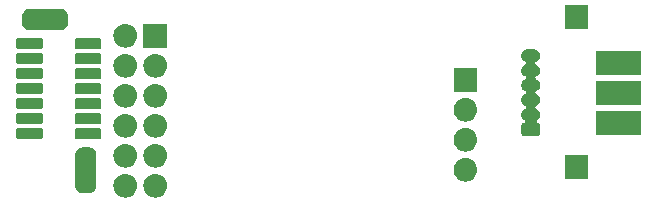
<source format=gbs>
G04 #@! TF.GenerationSoftware,KiCad,Pcbnew,(5.1.4)-1*
G04 #@! TF.CreationDate,2020-02-28T17:04:00+00:00*
G04 #@! TF.ProjectId,analog,616e616c-6f67-42e6-9b69-6361645f7063,rev?*
G04 #@! TF.SameCoordinates,Original*
G04 #@! TF.FileFunction,Soldermask,Bot*
G04 #@! TF.FilePolarity,Negative*
%FSLAX46Y46*%
G04 Gerber Fmt 4.6, Leading zero omitted, Abs format (unit mm)*
G04 Created by KiCad (PCBNEW (5.1.4)-1) date 2020-02-28 17:04:00*
%MOMM*%
%LPD*%
G04 APERTURE LIST*
%ADD10C,0.100000*%
G04 APERTURE END LIST*
D10*
G36*
X40549836Y-46090830D02*
G01*
X40738332Y-46148009D01*
X40912058Y-46240868D01*
X41064328Y-46365832D01*
X41189292Y-46518102D01*
X41282151Y-46691828D01*
X41339330Y-46880324D01*
X41358638Y-47076360D01*
X41339330Y-47272396D01*
X41282151Y-47460892D01*
X41189292Y-47634618D01*
X41064328Y-47786888D01*
X40912058Y-47911852D01*
X40738332Y-48004711D01*
X40549836Y-48061890D01*
X40402920Y-48076360D01*
X40304680Y-48076360D01*
X40157764Y-48061890D01*
X39969268Y-48004711D01*
X39795542Y-47911852D01*
X39643272Y-47786888D01*
X39518308Y-47634618D01*
X39425449Y-47460892D01*
X39368270Y-47272396D01*
X39348962Y-47076360D01*
X39368270Y-46880324D01*
X39425449Y-46691828D01*
X39518308Y-46518102D01*
X39643272Y-46365832D01*
X39795542Y-46240868D01*
X39969268Y-46148009D01*
X40157764Y-46090830D01*
X40304680Y-46076360D01*
X40402920Y-46076360D01*
X40549836Y-46090830D01*
X40549836Y-46090830D01*
G37*
G36*
X38009836Y-46090830D02*
G01*
X38198332Y-46148009D01*
X38372058Y-46240868D01*
X38524328Y-46365832D01*
X38649292Y-46518102D01*
X38742151Y-46691828D01*
X38799330Y-46880324D01*
X38818638Y-47076360D01*
X38799330Y-47272396D01*
X38742151Y-47460892D01*
X38649292Y-47634618D01*
X38524328Y-47786888D01*
X38372058Y-47911852D01*
X38198332Y-48004711D01*
X38009836Y-48061890D01*
X37862920Y-48076360D01*
X37764680Y-48076360D01*
X37617764Y-48061890D01*
X37429268Y-48004711D01*
X37255542Y-47911852D01*
X37103272Y-47786888D01*
X36978308Y-47634618D01*
X36885449Y-47460892D01*
X36828270Y-47272396D01*
X36808962Y-47076360D01*
X36828270Y-46880324D01*
X36885449Y-46691828D01*
X36978308Y-46518102D01*
X37103272Y-46365832D01*
X37255542Y-46240868D01*
X37429268Y-46148009D01*
X37617764Y-46090830D01*
X37764680Y-46076360D01*
X37862920Y-46076360D01*
X38009836Y-46090830D01*
X38009836Y-46090830D01*
G37*
G36*
X34737947Y-43816147D02*
G01*
X34750689Y-43816773D01*
X34768863Y-43816773D01*
X34811042Y-43820927D01*
X34894639Y-43837556D01*
X34900779Y-43839418D01*
X34900787Y-43839420D01*
X34929062Y-43847997D01*
X34929065Y-43847998D01*
X34935203Y-43849860D01*
X35013956Y-43882480D01*
X35019614Y-43885504D01*
X35019618Y-43885506D01*
X35045677Y-43899435D01*
X35045684Y-43899440D01*
X35051340Y-43902463D01*
X35122217Y-43949821D01*
X35154977Y-43976707D01*
X35215253Y-44036983D01*
X35242139Y-44069743D01*
X35289497Y-44140620D01*
X35292520Y-44146276D01*
X35292525Y-44146283D01*
X35306454Y-44172342D01*
X35306456Y-44172346D01*
X35309480Y-44178004D01*
X35342100Y-44256757D01*
X35343962Y-44262895D01*
X35343963Y-44262898D01*
X35352540Y-44291173D01*
X35352542Y-44291181D01*
X35354404Y-44297321D01*
X35371033Y-44380918D01*
X35375187Y-44423097D01*
X35375187Y-44441271D01*
X35375813Y-44454013D01*
X35377595Y-44472106D01*
X35377595Y-45009334D01*
X35376866Y-45016736D01*
X35376240Y-45029478D01*
X35376240Y-46501962D01*
X35376866Y-46514704D01*
X35377595Y-46522106D01*
X35377595Y-47059334D01*
X35375813Y-47077427D01*
X35375187Y-47090169D01*
X35375187Y-47108343D01*
X35371033Y-47150522D01*
X35354404Y-47234119D01*
X35352542Y-47240259D01*
X35352540Y-47240267D01*
X35343963Y-47268542D01*
X35342100Y-47274683D01*
X35309480Y-47353436D01*
X35306456Y-47359094D01*
X35306454Y-47359098D01*
X35292525Y-47385157D01*
X35292520Y-47385164D01*
X35289497Y-47390820D01*
X35242139Y-47461697D01*
X35215253Y-47494457D01*
X35154977Y-47554733D01*
X35122217Y-47581619D01*
X35051340Y-47628977D01*
X35045684Y-47632000D01*
X35045677Y-47632005D01*
X35019618Y-47645934D01*
X35019614Y-47645936D01*
X35013956Y-47648960D01*
X34935203Y-47681580D01*
X34929065Y-47683442D01*
X34929062Y-47683443D01*
X34900787Y-47692020D01*
X34900779Y-47692022D01*
X34894639Y-47693884D01*
X34811042Y-47710513D01*
X34768863Y-47714667D01*
X34750689Y-47714667D01*
X34737947Y-47715293D01*
X34726240Y-47716446D01*
X34719854Y-47717075D01*
X34232626Y-47717075D01*
X34214533Y-47715293D01*
X34201791Y-47714667D01*
X34183617Y-47714667D01*
X34141438Y-47710513D01*
X34057841Y-47693884D01*
X34051701Y-47692022D01*
X34051693Y-47692020D01*
X34023418Y-47683443D01*
X34023415Y-47683442D01*
X34017277Y-47681580D01*
X33938524Y-47648960D01*
X33932866Y-47645936D01*
X33932862Y-47645934D01*
X33906803Y-47632005D01*
X33906796Y-47632000D01*
X33901140Y-47628977D01*
X33830263Y-47581619D01*
X33797503Y-47554733D01*
X33737227Y-47494457D01*
X33710341Y-47461697D01*
X33662983Y-47390820D01*
X33659960Y-47385164D01*
X33659955Y-47385157D01*
X33646026Y-47359098D01*
X33646024Y-47359094D01*
X33643000Y-47353436D01*
X33610380Y-47274683D01*
X33608517Y-47268542D01*
X33599940Y-47240267D01*
X33599938Y-47240259D01*
X33598076Y-47234119D01*
X33581447Y-47150522D01*
X33577293Y-47108343D01*
X33577293Y-47090169D01*
X33576667Y-47077427D01*
X33574885Y-47059334D01*
X33574885Y-46522106D01*
X33575614Y-46514704D01*
X33576240Y-46501962D01*
X33576240Y-45029478D01*
X33575614Y-45016736D01*
X33574885Y-45009334D01*
X33574885Y-44472106D01*
X33576667Y-44454013D01*
X33577293Y-44441271D01*
X33577293Y-44423097D01*
X33581447Y-44380918D01*
X33598076Y-44297321D01*
X33599938Y-44291181D01*
X33599940Y-44291173D01*
X33608517Y-44262898D01*
X33608518Y-44262895D01*
X33610380Y-44256757D01*
X33643000Y-44178004D01*
X33646024Y-44172346D01*
X33646026Y-44172342D01*
X33659955Y-44146283D01*
X33659960Y-44146276D01*
X33662983Y-44140620D01*
X33710341Y-44069743D01*
X33737227Y-44036983D01*
X33797503Y-43976707D01*
X33830263Y-43949821D01*
X33901140Y-43902463D01*
X33906796Y-43899440D01*
X33906803Y-43899435D01*
X33932862Y-43885506D01*
X33932866Y-43885504D01*
X33938524Y-43882480D01*
X34017277Y-43849860D01*
X34023415Y-43847998D01*
X34023418Y-43847997D01*
X34051693Y-43839420D01*
X34051701Y-43839418D01*
X34057841Y-43837556D01*
X34141438Y-43820927D01*
X34183617Y-43816773D01*
X34201791Y-43816773D01*
X34214533Y-43816147D01*
X34232626Y-43814365D01*
X34719854Y-43814365D01*
X34737947Y-43816147D01*
X34737947Y-43816147D01*
G37*
G36*
X66813436Y-44744630D02*
G01*
X67001932Y-44801809D01*
X67175658Y-44894668D01*
X67327928Y-45019632D01*
X67452892Y-45171902D01*
X67545751Y-45345628D01*
X67602930Y-45534124D01*
X67622238Y-45730160D01*
X67602930Y-45926196D01*
X67545751Y-46114692D01*
X67452892Y-46288418D01*
X67327928Y-46440688D01*
X67175658Y-46565652D01*
X67001932Y-46658511D01*
X66813436Y-46715690D01*
X66666520Y-46730160D01*
X66568280Y-46730160D01*
X66421364Y-46715690D01*
X66232868Y-46658511D01*
X66059142Y-46565652D01*
X65906872Y-46440688D01*
X65781908Y-46288418D01*
X65689049Y-46114692D01*
X65631870Y-45926196D01*
X65612562Y-45730160D01*
X65631870Y-45534124D01*
X65689049Y-45345628D01*
X65781908Y-45171902D01*
X65906872Y-45019632D01*
X66059142Y-44894668D01*
X66232868Y-44801809D01*
X66421364Y-44744630D01*
X66568280Y-44730160D01*
X66666520Y-44730160D01*
X66813436Y-44744630D01*
X66813436Y-44744630D01*
G37*
G36*
X77040800Y-46500960D02*
G01*
X75040800Y-46500960D01*
X75040800Y-44500960D01*
X77040800Y-44500960D01*
X77040800Y-46500960D01*
X77040800Y-46500960D01*
G37*
G36*
X38009836Y-43550830D02*
G01*
X38198332Y-43608009D01*
X38372058Y-43700868D01*
X38524328Y-43825832D01*
X38649292Y-43978102D01*
X38742151Y-44151828D01*
X38799330Y-44340324D01*
X38818638Y-44536360D01*
X38799330Y-44732396D01*
X38742151Y-44920892D01*
X38649292Y-45094618D01*
X38524328Y-45246888D01*
X38372058Y-45371852D01*
X38198332Y-45464711D01*
X38009836Y-45521890D01*
X37862920Y-45536360D01*
X37764680Y-45536360D01*
X37617764Y-45521890D01*
X37429268Y-45464711D01*
X37255542Y-45371852D01*
X37103272Y-45246888D01*
X36978308Y-45094618D01*
X36885449Y-44920892D01*
X36828270Y-44732396D01*
X36808962Y-44536360D01*
X36828270Y-44340324D01*
X36885449Y-44151828D01*
X36978308Y-43978102D01*
X37103272Y-43825832D01*
X37255542Y-43700868D01*
X37429268Y-43608009D01*
X37617764Y-43550830D01*
X37764680Y-43536360D01*
X37862920Y-43536360D01*
X38009836Y-43550830D01*
X38009836Y-43550830D01*
G37*
G36*
X40549836Y-43550830D02*
G01*
X40738332Y-43608009D01*
X40912058Y-43700868D01*
X41064328Y-43825832D01*
X41189292Y-43978102D01*
X41282151Y-44151828D01*
X41339330Y-44340324D01*
X41358638Y-44536360D01*
X41339330Y-44732396D01*
X41282151Y-44920892D01*
X41189292Y-45094618D01*
X41064328Y-45246888D01*
X40912058Y-45371852D01*
X40738332Y-45464711D01*
X40549836Y-45521890D01*
X40402920Y-45536360D01*
X40304680Y-45536360D01*
X40157764Y-45521890D01*
X39969268Y-45464711D01*
X39795542Y-45371852D01*
X39643272Y-45246888D01*
X39518308Y-45094618D01*
X39425449Y-44920892D01*
X39368270Y-44732396D01*
X39348962Y-44536360D01*
X39368270Y-44340324D01*
X39425449Y-44151828D01*
X39518308Y-43978102D01*
X39643272Y-43825832D01*
X39795542Y-43700868D01*
X39969268Y-43608009D01*
X40157764Y-43550830D01*
X40304680Y-43536360D01*
X40402920Y-43536360D01*
X40549836Y-43550830D01*
X40549836Y-43550830D01*
G37*
G36*
X66813436Y-42204630D02*
G01*
X67001932Y-42261809D01*
X67175658Y-42354668D01*
X67327928Y-42479632D01*
X67452892Y-42631902D01*
X67545751Y-42805628D01*
X67602930Y-42994124D01*
X67622238Y-43190160D01*
X67602930Y-43386196D01*
X67545751Y-43574692D01*
X67452892Y-43748418D01*
X67327928Y-43900688D01*
X67175658Y-44025652D01*
X67001932Y-44118511D01*
X66813436Y-44175690D01*
X66666520Y-44190160D01*
X66568280Y-44190160D01*
X66421364Y-44175690D01*
X66232868Y-44118511D01*
X66059142Y-44025652D01*
X65906872Y-43900688D01*
X65781908Y-43748418D01*
X65689049Y-43574692D01*
X65631870Y-43386196D01*
X65612562Y-43190160D01*
X65631870Y-42994124D01*
X65689049Y-42805628D01*
X65781908Y-42631902D01*
X65906872Y-42479632D01*
X66059142Y-42354668D01*
X66232868Y-42261809D01*
X66421364Y-42204630D01*
X66568280Y-42190160D01*
X66666520Y-42190160D01*
X66813436Y-42204630D01*
X66813436Y-42204630D01*
G37*
G36*
X35662372Y-42207911D02*
G01*
X35692267Y-42216980D01*
X35719822Y-42231708D01*
X35743972Y-42251528D01*
X35763792Y-42275678D01*
X35778520Y-42303233D01*
X35787589Y-42333128D01*
X35791280Y-42370606D01*
X35791280Y-42937834D01*
X35787589Y-42975312D01*
X35778520Y-43005207D01*
X35763792Y-43032762D01*
X35743972Y-43056912D01*
X35719822Y-43076732D01*
X35692267Y-43091460D01*
X35662372Y-43100529D01*
X35624894Y-43104220D01*
X33707666Y-43104220D01*
X33670188Y-43100529D01*
X33640293Y-43091460D01*
X33612738Y-43076732D01*
X33588588Y-43056912D01*
X33568768Y-43032762D01*
X33554040Y-43005207D01*
X33544971Y-42975312D01*
X33541280Y-42937834D01*
X33541280Y-42370606D01*
X33544971Y-42333128D01*
X33554040Y-42303233D01*
X33568768Y-42275678D01*
X33588588Y-42251528D01*
X33612738Y-42231708D01*
X33640293Y-42216980D01*
X33670188Y-42207911D01*
X33707666Y-42204220D01*
X35624894Y-42204220D01*
X35662372Y-42207911D01*
X35662372Y-42207911D01*
G37*
G36*
X30712372Y-42207911D02*
G01*
X30742267Y-42216980D01*
X30769822Y-42231708D01*
X30793972Y-42251528D01*
X30813792Y-42275678D01*
X30828520Y-42303233D01*
X30837589Y-42333128D01*
X30841280Y-42370606D01*
X30841280Y-42937834D01*
X30837589Y-42975312D01*
X30828520Y-43005207D01*
X30813792Y-43032762D01*
X30793972Y-43056912D01*
X30769822Y-43076732D01*
X30742267Y-43091460D01*
X30712372Y-43100529D01*
X30674894Y-43104220D01*
X28757666Y-43104220D01*
X28720188Y-43100529D01*
X28690293Y-43091460D01*
X28662738Y-43076732D01*
X28638588Y-43056912D01*
X28618768Y-43032762D01*
X28604040Y-43005207D01*
X28594971Y-42975312D01*
X28591280Y-42937834D01*
X28591280Y-42370606D01*
X28594971Y-42333128D01*
X28604040Y-42303233D01*
X28618768Y-42275678D01*
X28638588Y-42251528D01*
X28662738Y-42231708D01*
X28690293Y-42216980D01*
X28720188Y-42207911D01*
X28757666Y-42204220D01*
X30674894Y-42204220D01*
X30712372Y-42207911D01*
X30712372Y-42207911D01*
G37*
G36*
X38009836Y-41010830D02*
G01*
X38198332Y-41068009D01*
X38372058Y-41160868D01*
X38524328Y-41285832D01*
X38649292Y-41438102D01*
X38742151Y-41611828D01*
X38799330Y-41800324D01*
X38818638Y-41996360D01*
X38799330Y-42192396D01*
X38742151Y-42380892D01*
X38649292Y-42554618D01*
X38524328Y-42706888D01*
X38372058Y-42831852D01*
X38198332Y-42924711D01*
X38009836Y-42981890D01*
X37862920Y-42996360D01*
X37764680Y-42996360D01*
X37617764Y-42981890D01*
X37429268Y-42924711D01*
X37255542Y-42831852D01*
X37103272Y-42706888D01*
X36978308Y-42554618D01*
X36885449Y-42380892D01*
X36828270Y-42192396D01*
X36808962Y-41996360D01*
X36828270Y-41800324D01*
X36885449Y-41611828D01*
X36978308Y-41438102D01*
X37103272Y-41285832D01*
X37255542Y-41160868D01*
X37429268Y-41068009D01*
X37617764Y-41010830D01*
X37764680Y-40996360D01*
X37862920Y-40996360D01*
X38009836Y-41010830D01*
X38009836Y-41010830D01*
G37*
G36*
X40549836Y-41010830D02*
G01*
X40738332Y-41068009D01*
X40912058Y-41160868D01*
X41064328Y-41285832D01*
X41189292Y-41438102D01*
X41282151Y-41611828D01*
X41339330Y-41800324D01*
X41358638Y-41996360D01*
X41339330Y-42192396D01*
X41282151Y-42380892D01*
X41189292Y-42554618D01*
X41064328Y-42706888D01*
X40912058Y-42831852D01*
X40738332Y-42924711D01*
X40549836Y-42981890D01*
X40402920Y-42996360D01*
X40304680Y-42996360D01*
X40157764Y-42981890D01*
X39969268Y-42924711D01*
X39795542Y-42831852D01*
X39643272Y-42706888D01*
X39518308Y-42554618D01*
X39425449Y-42380892D01*
X39368270Y-42192396D01*
X39348962Y-41996360D01*
X39368270Y-41800324D01*
X39425449Y-41611828D01*
X39518308Y-41438102D01*
X39643272Y-41285832D01*
X39795542Y-41160868D01*
X39969268Y-41068009D01*
X40157764Y-41010830D01*
X40304680Y-40996360D01*
X40402920Y-40996360D01*
X40549836Y-41010830D01*
X40549836Y-41010830D01*
G37*
G36*
X72512420Y-35508918D02*
G01*
X72616093Y-35540367D01*
X72663868Y-35565904D01*
X72711642Y-35591439D01*
X72711644Y-35591440D01*
X72711643Y-35591440D01*
X72795390Y-35660170D01*
X72864120Y-35743917D01*
X72915193Y-35839467D01*
X72946642Y-35943140D01*
X72957261Y-36050960D01*
X72946642Y-36158780D01*
X72915193Y-36262453D01*
X72915192Y-36262454D01*
X72864121Y-36358002D01*
X72795390Y-36441750D01*
X72711642Y-36510481D01*
X72671704Y-36531828D01*
X72616545Y-36561311D01*
X72595356Y-36575469D01*
X72577335Y-36593489D01*
X72563177Y-36614679D01*
X72553425Y-36638223D01*
X72548453Y-36663218D01*
X72548453Y-36688702D01*
X72553425Y-36713697D01*
X72563177Y-36737241D01*
X72577335Y-36758430D01*
X72595355Y-36776451D01*
X72616545Y-36790609D01*
X72711642Y-36841439D01*
X72711644Y-36841440D01*
X72711643Y-36841440D01*
X72795390Y-36910170D01*
X72864120Y-36993917D01*
X72915193Y-37089467D01*
X72946642Y-37193140D01*
X72957261Y-37300960D01*
X72946642Y-37408780D01*
X72915193Y-37512453D01*
X72915192Y-37512454D01*
X72864121Y-37608002D01*
X72795390Y-37691750D01*
X72711642Y-37760481D01*
X72639166Y-37799220D01*
X72616545Y-37811311D01*
X72595356Y-37825469D01*
X72577335Y-37843489D01*
X72563177Y-37864679D01*
X72553425Y-37888223D01*
X72548453Y-37913218D01*
X72548453Y-37938702D01*
X72553425Y-37963697D01*
X72563177Y-37987241D01*
X72577335Y-38008430D01*
X72595355Y-38026451D01*
X72616545Y-38040609D01*
X72711642Y-38091439D01*
X72711644Y-38091440D01*
X72711643Y-38091440D01*
X72795390Y-38160170D01*
X72864120Y-38243917D01*
X72915193Y-38339467D01*
X72946642Y-38443140D01*
X72957261Y-38550960D01*
X72946642Y-38658780D01*
X72915193Y-38762453D01*
X72915192Y-38762454D01*
X72864121Y-38858002D01*
X72795390Y-38941750D01*
X72711642Y-39010481D01*
X72627771Y-39055311D01*
X72616545Y-39061311D01*
X72595356Y-39075469D01*
X72577335Y-39093489D01*
X72563177Y-39114679D01*
X72553425Y-39138223D01*
X72548453Y-39163218D01*
X72548453Y-39188702D01*
X72553425Y-39213697D01*
X72563177Y-39237241D01*
X72577335Y-39258430D01*
X72595355Y-39276451D01*
X72616545Y-39290609D01*
X72711642Y-39341439D01*
X72795390Y-39410170D01*
X72833298Y-39456360D01*
X72864120Y-39493917D01*
X72915193Y-39589467D01*
X72946642Y-39693140D01*
X72957261Y-39800960D01*
X72946642Y-39908780D01*
X72915193Y-40012453D01*
X72889656Y-40060228D01*
X72864121Y-40108002D01*
X72795390Y-40191750D01*
X72711642Y-40260481D01*
X72652950Y-40291852D01*
X72616545Y-40311311D01*
X72595356Y-40325469D01*
X72577335Y-40343489D01*
X72563177Y-40364679D01*
X72553425Y-40388223D01*
X72548453Y-40413218D01*
X72548453Y-40438702D01*
X72553425Y-40463697D01*
X72563177Y-40487241D01*
X72577335Y-40508430D01*
X72595355Y-40526451D01*
X72616545Y-40540609D01*
X72711642Y-40591439D01*
X72711644Y-40591440D01*
X72711643Y-40591440D01*
X72795390Y-40660170D01*
X72864120Y-40743917D01*
X72915193Y-40839467D01*
X72946642Y-40943140D01*
X72957261Y-41050960D01*
X72946642Y-41158780D01*
X72915193Y-41262453D01*
X72889656Y-41310228D01*
X72864121Y-41358002D01*
X72795390Y-41441750D01*
X72711642Y-41510481D01*
X72711640Y-41510482D01*
X72709733Y-41512047D01*
X72692632Y-41523474D01*
X72674611Y-41541495D01*
X72660453Y-41562684D01*
X72650701Y-41586228D01*
X72645729Y-41611223D01*
X72645729Y-41636707D01*
X72650701Y-41661702D01*
X72660453Y-41685246D01*
X72674611Y-41706435D01*
X72692632Y-41724456D01*
X72713821Y-41738614D01*
X72737365Y-41748366D01*
X72762359Y-41753338D01*
X72785448Y-41755612D01*
X72824722Y-41767526D01*
X72860921Y-41786875D01*
X72892648Y-41812912D01*
X72918685Y-41844639D01*
X72938034Y-41880838D01*
X72949948Y-41920113D01*
X72954600Y-41967346D01*
X72954600Y-42634574D01*
X72949948Y-42681807D01*
X72938034Y-42721082D01*
X72918685Y-42757281D01*
X72892648Y-42789008D01*
X72860921Y-42815045D01*
X72824722Y-42834394D01*
X72785447Y-42846308D01*
X72738214Y-42850960D01*
X71570986Y-42850960D01*
X71523753Y-42846308D01*
X71484478Y-42834394D01*
X71448279Y-42815045D01*
X71416552Y-42789008D01*
X71390515Y-42757281D01*
X71371166Y-42721082D01*
X71359252Y-42681807D01*
X71354600Y-42634574D01*
X71354600Y-41967346D01*
X71359252Y-41920113D01*
X71371166Y-41880838D01*
X71390515Y-41844639D01*
X71416552Y-41812912D01*
X71448279Y-41786875D01*
X71484478Y-41767526D01*
X71523752Y-41755612D01*
X71546841Y-41753338D01*
X71571835Y-41748366D01*
X71595380Y-41738614D01*
X71616569Y-41724455D01*
X71634589Y-41706435D01*
X71648747Y-41685246D01*
X71658499Y-41661701D01*
X71663471Y-41636707D01*
X71663471Y-41611222D01*
X71658499Y-41586228D01*
X71648747Y-41562683D01*
X71634588Y-41541494D01*
X71616568Y-41523474D01*
X71599467Y-41512047D01*
X71597560Y-41510482D01*
X71597558Y-41510481D01*
X71513810Y-41441750D01*
X71445079Y-41358002D01*
X71419544Y-41310228D01*
X71394007Y-41262453D01*
X71362558Y-41158780D01*
X71351939Y-41050960D01*
X71362558Y-40943140D01*
X71394007Y-40839467D01*
X71445080Y-40743917D01*
X71513810Y-40660170D01*
X71597557Y-40591440D01*
X71597556Y-40591440D01*
X71597558Y-40591439D01*
X71692655Y-40540609D01*
X71713844Y-40526451D01*
X71731865Y-40508431D01*
X71746023Y-40487241D01*
X71755775Y-40463697D01*
X71760747Y-40438702D01*
X71760747Y-40413218D01*
X71755775Y-40388223D01*
X71746023Y-40364679D01*
X71731865Y-40343490D01*
X71713845Y-40325469D01*
X71692655Y-40311311D01*
X71656250Y-40291852D01*
X71597558Y-40260481D01*
X71513810Y-40191750D01*
X71445079Y-40108002D01*
X71419544Y-40060228D01*
X71394007Y-40012453D01*
X71362558Y-39908780D01*
X71351939Y-39800960D01*
X71362558Y-39693140D01*
X71394007Y-39589467D01*
X71445080Y-39493917D01*
X71475903Y-39456360D01*
X71513810Y-39410170D01*
X71597558Y-39341439D01*
X71692655Y-39290609D01*
X71713844Y-39276451D01*
X71731865Y-39258431D01*
X71746023Y-39237241D01*
X71755775Y-39213697D01*
X71760747Y-39188702D01*
X71760747Y-39163218D01*
X71755775Y-39138223D01*
X71746023Y-39114679D01*
X71731865Y-39093490D01*
X71713845Y-39075469D01*
X71692655Y-39061311D01*
X71681429Y-39055311D01*
X71597558Y-39010481D01*
X71513810Y-38941750D01*
X71445079Y-38858002D01*
X71394008Y-38762454D01*
X71394007Y-38762453D01*
X71362558Y-38658780D01*
X71351939Y-38550960D01*
X71362558Y-38443140D01*
X71394007Y-38339467D01*
X71445080Y-38243917D01*
X71513810Y-38160170D01*
X71597557Y-38091440D01*
X71597556Y-38091440D01*
X71597558Y-38091439D01*
X71692655Y-38040609D01*
X71713844Y-38026451D01*
X71731865Y-38008431D01*
X71746023Y-37987241D01*
X71755775Y-37963697D01*
X71760747Y-37938702D01*
X71760747Y-37913218D01*
X71755775Y-37888223D01*
X71746023Y-37864679D01*
X71731865Y-37843490D01*
X71713845Y-37825469D01*
X71692655Y-37811311D01*
X71670034Y-37799220D01*
X71597558Y-37760481D01*
X71513810Y-37691750D01*
X71445079Y-37608002D01*
X71394008Y-37512454D01*
X71394007Y-37512453D01*
X71362558Y-37408780D01*
X71351939Y-37300960D01*
X71362558Y-37193140D01*
X71394007Y-37089467D01*
X71445080Y-36993917D01*
X71513810Y-36910170D01*
X71597557Y-36841440D01*
X71597556Y-36841440D01*
X71597558Y-36841439D01*
X71692655Y-36790609D01*
X71713844Y-36776451D01*
X71731865Y-36758431D01*
X71746023Y-36737241D01*
X71755775Y-36713697D01*
X71760747Y-36688702D01*
X71760747Y-36663218D01*
X71755775Y-36638223D01*
X71746023Y-36614679D01*
X71731865Y-36593490D01*
X71713845Y-36575469D01*
X71692655Y-36561311D01*
X71637496Y-36531828D01*
X71597558Y-36510481D01*
X71513810Y-36441750D01*
X71445079Y-36358002D01*
X71394008Y-36262454D01*
X71394007Y-36262453D01*
X71362558Y-36158780D01*
X71351939Y-36050960D01*
X71362558Y-35943140D01*
X71394007Y-35839467D01*
X71445080Y-35743917D01*
X71513810Y-35660170D01*
X71597557Y-35591440D01*
X71597556Y-35591440D01*
X71597558Y-35591439D01*
X71645332Y-35565903D01*
X71693107Y-35540367D01*
X71796780Y-35508918D01*
X71877582Y-35500960D01*
X72431618Y-35500960D01*
X72512420Y-35508918D01*
X72512420Y-35508918D01*
G37*
G36*
X81477000Y-42765960D02*
G01*
X77677000Y-42765960D01*
X77677000Y-40715960D01*
X81477000Y-40715960D01*
X81477000Y-42765960D01*
X81477000Y-42765960D01*
G37*
G36*
X35662372Y-40937911D02*
G01*
X35692267Y-40946980D01*
X35719822Y-40961708D01*
X35743972Y-40981528D01*
X35763792Y-41005678D01*
X35778520Y-41033233D01*
X35787589Y-41063128D01*
X35791280Y-41100606D01*
X35791280Y-41667834D01*
X35787589Y-41705312D01*
X35778520Y-41735207D01*
X35763792Y-41762762D01*
X35743972Y-41786912D01*
X35719822Y-41806732D01*
X35692267Y-41821460D01*
X35662372Y-41830529D01*
X35624894Y-41834220D01*
X33707666Y-41834220D01*
X33670188Y-41830529D01*
X33640293Y-41821460D01*
X33612738Y-41806732D01*
X33588588Y-41786912D01*
X33568768Y-41762762D01*
X33554040Y-41735207D01*
X33544971Y-41705312D01*
X33541280Y-41667834D01*
X33541280Y-41100606D01*
X33544971Y-41063128D01*
X33554040Y-41033233D01*
X33568768Y-41005678D01*
X33588588Y-40981528D01*
X33612738Y-40961708D01*
X33640293Y-40946980D01*
X33670188Y-40937911D01*
X33707666Y-40934220D01*
X35624894Y-40934220D01*
X35662372Y-40937911D01*
X35662372Y-40937911D01*
G37*
G36*
X30712372Y-40937911D02*
G01*
X30742267Y-40946980D01*
X30769822Y-40961708D01*
X30793972Y-40981528D01*
X30813792Y-41005678D01*
X30828520Y-41033233D01*
X30837589Y-41063128D01*
X30841280Y-41100606D01*
X30841280Y-41667834D01*
X30837589Y-41705312D01*
X30828520Y-41735207D01*
X30813792Y-41762762D01*
X30793972Y-41786912D01*
X30769822Y-41806732D01*
X30742267Y-41821460D01*
X30712372Y-41830529D01*
X30674894Y-41834220D01*
X28757666Y-41834220D01*
X28720188Y-41830529D01*
X28690293Y-41821460D01*
X28662738Y-41806732D01*
X28638588Y-41786912D01*
X28618768Y-41762762D01*
X28604040Y-41735207D01*
X28594971Y-41705312D01*
X28591280Y-41667834D01*
X28591280Y-41100606D01*
X28594971Y-41063128D01*
X28604040Y-41033233D01*
X28618768Y-41005678D01*
X28638588Y-40981528D01*
X28662738Y-40961708D01*
X28690293Y-40946980D01*
X28720188Y-40937911D01*
X28757666Y-40934220D01*
X30674894Y-40934220D01*
X30712372Y-40937911D01*
X30712372Y-40937911D01*
G37*
G36*
X66813436Y-39664630D02*
G01*
X67001932Y-39721809D01*
X67175658Y-39814668D01*
X67327928Y-39939632D01*
X67452892Y-40091902D01*
X67545751Y-40265628D01*
X67602930Y-40454124D01*
X67622238Y-40650160D01*
X67602930Y-40846196D01*
X67545751Y-41034692D01*
X67452892Y-41208418D01*
X67327928Y-41360688D01*
X67175658Y-41485652D01*
X67001932Y-41578511D01*
X66813436Y-41635690D01*
X66666520Y-41650160D01*
X66568280Y-41650160D01*
X66421364Y-41635690D01*
X66232868Y-41578511D01*
X66059142Y-41485652D01*
X65906872Y-41360688D01*
X65781908Y-41208418D01*
X65689049Y-41034692D01*
X65631870Y-40846196D01*
X65612562Y-40650160D01*
X65631870Y-40454124D01*
X65689049Y-40265628D01*
X65781908Y-40091902D01*
X65906872Y-39939632D01*
X66059142Y-39814668D01*
X66232868Y-39721809D01*
X66421364Y-39664630D01*
X66568280Y-39650160D01*
X66666520Y-39650160D01*
X66813436Y-39664630D01*
X66813436Y-39664630D01*
G37*
G36*
X35662372Y-39667911D02*
G01*
X35692267Y-39676980D01*
X35719822Y-39691708D01*
X35743972Y-39711528D01*
X35763792Y-39735678D01*
X35778520Y-39763233D01*
X35787589Y-39793128D01*
X35791280Y-39830606D01*
X35791280Y-40397834D01*
X35787589Y-40435312D01*
X35778520Y-40465207D01*
X35763792Y-40492762D01*
X35743972Y-40516912D01*
X35719822Y-40536732D01*
X35692267Y-40551460D01*
X35662372Y-40560529D01*
X35624894Y-40564220D01*
X33707666Y-40564220D01*
X33670188Y-40560529D01*
X33640293Y-40551460D01*
X33612738Y-40536732D01*
X33588588Y-40516912D01*
X33568768Y-40492762D01*
X33554040Y-40465207D01*
X33544971Y-40435312D01*
X33541280Y-40397834D01*
X33541280Y-39830606D01*
X33544971Y-39793128D01*
X33554040Y-39763233D01*
X33568768Y-39735678D01*
X33588588Y-39711528D01*
X33612738Y-39691708D01*
X33640293Y-39676980D01*
X33670188Y-39667911D01*
X33707666Y-39664220D01*
X35624894Y-39664220D01*
X35662372Y-39667911D01*
X35662372Y-39667911D01*
G37*
G36*
X30712372Y-39667911D02*
G01*
X30742267Y-39676980D01*
X30769822Y-39691708D01*
X30793972Y-39711528D01*
X30813792Y-39735678D01*
X30828520Y-39763233D01*
X30837589Y-39793128D01*
X30841280Y-39830606D01*
X30841280Y-40397834D01*
X30837589Y-40435312D01*
X30828520Y-40465207D01*
X30813792Y-40492762D01*
X30793972Y-40516912D01*
X30769822Y-40536732D01*
X30742267Y-40551460D01*
X30712372Y-40560529D01*
X30674894Y-40564220D01*
X28757666Y-40564220D01*
X28720188Y-40560529D01*
X28690293Y-40551460D01*
X28662738Y-40536732D01*
X28638588Y-40516912D01*
X28618768Y-40492762D01*
X28604040Y-40465207D01*
X28594971Y-40435312D01*
X28591280Y-40397834D01*
X28591280Y-39830606D01*
X28594971Y-39793128D01*
X28604040Y-39763233D01*
X28618768Y-39735678D01*
X28638588Y-39711528D01*
X28662738Y-39691708D01*
X28690293Y-39676980D01*
X28720188Y-39667911D01*
X28757666Y-39664220D01*
X30674894Y-39664220D01*
X30712372Y-39667911D01*
X30712372Y-39667911D01*
G37*
G36*
X40549836Y-38470830D02*
G01*
X40738332Y-38528009D01*
X40912058Y-38620868D01*
X41064328Y-38745832D01*
X41189292Y-38898102D01*
X41282151Y-39071828D01*
X41339330Y-39260324D01*
X41358638Y-39456360D01*
X41339330Y-39652396D01*
X41282151Y-39840892D01*
X41189292Y-40014618D01*
X41064328Y-40166888D01*
X40912058Y-40291852D01*
X40738332Y-40384711D01*
X40549836Y-40441890D01*
X40402920Y-40456360D01*
X40304680Y-40456360D01*
X40157764Y-40441890D01*
X39969268Y-40384711D01*
X39795542Y-40291852D01*
X39643272Y-40166888D01*
X39518308Y-40014618D01*
X39425449Y-39840892D01*
X39368270Y-39652396D01*
X39348962Y-39456360D01*
X39368270Y-39260324D01*
X39425449Y-39071828D01*
X39518308Y-38898102D01*
X39643272Y-38745832D01*
X39795542Y-38620868D01*
X39969268Y-38528009D01*
X40157764Y-38470830D01*
X40304680Y-38456360D01*
X40402920Y-38456360D01*
X40549836Y-38470830D01*
X40549836Y-38470830D01*
G37*
G36*
X38009836Y-38470830D02*
G01*
X38198332Y-38528009D01*
X38372058Y-38620868D01*
X38524328Y-38745832D01*
X38649292Y-38898102D01*
X38742151Y-39071828D01*
X38799330Y-39260324D01*
X38818638Y-39456360D01*
X38799330Y-39652396D01*
X38742151Y-39840892D01*
X38649292Y-40014618D01*
X38524328Y-40166888D01*
X38372058Y-40291852D01*
X38198332Y-40384711D01*
X38009836Y-40441890D01*
X37862920Y-40456360D01*
X37764680Y-40456360D01*
X37617764Y-40441890D01*
X37429268Y-40384711D01*
X37255542Y-40291852D01*
X37103272Y-40166888D01*
X36978308Y-40014618D01*
X36885449Y-39840892D01*
X36828270Y-39652396D01*
X36808962Y-39456360D01*
X36828270Y-39260324D01*
X36885449Y-39071828D01*
X36978308Y-38898102D01*
X37103272Y-38745832D01*
X37255542Y-38620868D01*
X37429268Y-38528009D01*
X37617764Y-38470830D01*
X37764680Y-38456360D01*
X37862920Y-38456360D01*
X38009836Y-38470830D01*
X38009836Y-38470830D01*
G37*
G36*
X81477000Y-40225960D02*
G01*
X77677000Y-40225960D01*
X77677000Y-38175960D01*
X81477000Y-38175960D01*
X81477000Y-40225960D01*
X81477000Y-40225960D01*
G37*
G36*
X30712372Y-38397911D02*
G01*
X30742267Y-38406980D01*
X30769822Y-38421708D01*
X30793972Y-38441528D01*
X30813792Y-38465678D01*
X30828520Y-38493233D01*
X30837589Y-38523128D01*
X30841280Y-38560606D01*
X30841280Y-39127834D01*
X30837589Y-39165312D01*
X30828520Y-39195207D01*
X30813792Y-39222762D01*
X30793972Y-39246912D01*
X30769822Y-39266732D01*
X30742267Y-39281460D01*
X30712372Y-39290529D01*
X30674894Y-39294220D01*
X28757666Y-39294220D01*
X28720188Y-39290529D01*
X28690293Y-39281460D01*
X28662738Y-39266732D01*
X28638588Y-39246912D01*
X28618768Y-39222762D01*
X28604040Y-39195207D01*
X28594971Y-39165312D01*
X28591280Y-39127834D01*
X28591280Y-38560606D01*
X28594971Y-38523128D01*
X28604040Y-38493233D01*
X28618768Y-38465678D01*
X28638588Y-38441528D01*
X28662738Y-38421708D01*
X28690293Y-38406980D01*
X28720188Y-38397911D01*
X28757666Y-38394220D01*
X30674894Y-38394220D01*
X30712372Y-38397911D01*
X30712372Y-38397911D01*
G37*
G36*
X35662372Y-38397911D02*
G01*
X35692267Y-38406980D01*
X35719822Y-38421708D01*
X35743972Y-38441528D01*
X35763792Y-38465678D01*
X35778520Y-38493233D01*
X35787589Y-38523128D01*
X35791280Y-38560606D01*
X35791280Y-39127834D01*
X35787589Y-39165312D01*
X35778520Y-39195207D01*
X35763792Y-39222762D01*
X35743972Y-39246912D01*
X35719822Y-39266732D01*
X35692267Y-39281460D01*
X35662372Y-39290529D01*
X35624894Y-39294220D01*
X33707666Y-39294220D01*
X33670188Y-39290529D01*
X33640293Y-39281460D01*
X33612738Y-39266732D01*
X33588588Y-39246912D01*
X33568768Y-39222762D01*
X33554040Y-39195207D01*
X33544971Y-39165312D01*
X33541280Y-39127834D01*
X33541280Y-38560606D01*
X33544971Y-38523128D01*
X33554040Y-38493233D01*
X33568768Y-38465678D01*
X33588588Y-38441528D01*
X33612738Y-38421708D01*
X33640293Y-38406980D01*
X33670188Y-38397911D01*
X33707666Y-38394220D01*
X35624894Y-38394220D01*
X35662372Y-38397911D01*
X35662372Y-38397911D01*
G37*
G36*
X67617400Y-39110160D02*
G01*
X65617400Y-39110160D01*
X65617400Y-37110160D01*
X67617400Y-37110160D01*
X67617400Y-39110160D01*
X67617400Y-39110160D01*
G37*
G36*
X35662372Y-37127911D02*
G01*
X35692267Y-37136980D01*
X35719822Y-37151708D01*
X35743972Y-37171528D01*
X35763792Y-37195678D01*
X35778520Y-37223233D01*
X35787589Y-37253128D01*
X35791280Y-37290606D01*
X35791280Y-37857834D01*
X35787589Y-37895312D01*
X35778520Y-37925207D01*
X35763792Y-37952762D01*
X35743972Y-37976912D01*
X35719822Y-37996732D01*
X35692267Y-38011460D01*
X35662372Y-38020529D01*
X35624894Y-38024220D01*
X33707666Y-38024220D01*
X33670188Y-38020529D01*
X33640293Y-38011460D01*
X33612738Y-37996732D01*
X33588588Y-37976912D01*
X33568768Y-37952762D01*
X33554040Y-37925207D01*
X33544971Y-37895312D01*
X33541280Y-37857834D01*
X33541280Y-37290606D01*
X33544971Y-37253128D01*
X33554040Y-37223233D01*
X33568768Y-37195678D01*
X33588588Y-37171528D01*
X33612738Y-37151708D01*
X33640293Y-37136980D01*
X33670188Y-37127911D01*
X33707666Y-37124220D01*
X35624894Y-37124220D01*
X35662372Y-37127911D01*
X35662372Y-37127911D01*
G37*
G36*
X30712372Y-37127911D02*
G01*
X30742267Y-37136980D01*
X30769822Y-37151708D01*
X30793972Y-37171528D01*
X30813792Y-37195678D01*
X30828520Y-37223233D01*
X30837589Y-37253128D01*
X30841280Y-37290606D01*
X30841280Y-37857834D01*
X30837589Y-37895312D01*
X30828520Y-37925207D01*
X30813792Y-37952762D01*
X30793972Y-37976912D01*
X30769822Y-37996732D01*
X30742267Y-38011460D01*
X30712372Y-38020529D01*
X30674894Y-38024220D01*
X28757666Y-38024220D01*
X28720188Y-38020529D01*
X28690293Y-38011460D01*
X28662738Y-37996732D01*
X28638588Y-37976912D01*
X28618768Y-37952762D01*
X28604040Y-37925207D01*
X28594971Y-37895312D01*
X28591280Y-37857834D01*
X28591280Y-37290606D01*
X28594971Y-37253128D01*
X28604040Y-37223233D01*
X28618768Y-37195678D01*
X28638588Y-37171528D01*
X28662738Y-37151708D01*
X28690293Y-37136980D01*
X28720188Y-37127911D01*
X28757666Y-37124220D01*
X30674894Y-37124220D01*
X30712372Y-37127911D01*
X30712372Y-37127911D01*
G37*
G36*
X38009836Y-35930830D02*
G01*
X38198332Y-35988009D01*
X38372058Y-36080868D01*
X38524328Y-36205832D01*
X38649292Y-36358102D01*
X38742151Y-36531828D01*
X38799330Y-36720324D01*
X38818638Y-36916360D01*
X38799330Y-37112396D01*
X38742151Y-37300892D01*
X38649292Y-37474618D01*
X38524328Y-37626888D01*
X38372058Y-37751852D01*
X38198332Y-37844711D01*
X38009836Y-37901890D01*
X37862920Y-37916360D01*
X37764680Y-37916360D01*
X37617764Y-37901890D01*
X37429268Y-37844711D01*
X37255542Y-37751852D01*
X37103272Y-37626888D01*
X36978308Y-37474618D01*
X36885449Y-37300892D01*
X36828270Y-37112396D01*
X36808962Y-36916360D01*
X36828270Y-36720324D01*
X36885449Y-36531828D01*
X36978308Y-36358102D01*
X37103272Y-36205832D01*
X37255542Y-36080868D01*
X37429268Y-35988009D01*
X37617764Y-35930830D01*
X37764680Y-35916360D01*
X37862920Y-35916360D01*
X38009836Y-35930830D01*
X38009836Y-35930830D01*
G37*
G36*
X40549836Y-35930830D02*
G01*
X40738332Y-35988009D01*
X40912058Y-36080868D01*
X41064328Y-36205832D01*
X41189292Y-36358102D01*
X41282151Y-36531828D01*
X41339330Y-36720324D01*
X41358638Y-36916360D01*
X41339330Y-37112396D01*
X41282151Y-37300892D01*
X41189292Y-37474618D01*
X41064328Y-37626888D01*
X40912058Y-37751852D01*
X40738332Y-37844711D01*
X40549836Y-37901890D01*
X40402920Y-37916360D01*
X40304680Y-37916360D01*
X40157764Y-37901890D01*
X39969268Y-37844711D01*
X39795542Y-37751852D01*
X39643272Y-37626888D01*
X39518308Y-37474618D01*
X39425449Y-37300892D01*
X39368270Y-37112396D01*
X39348962Y-36916360D01*
X39368270Y-36720324D01*
X39425449Y-36531828D01*
X39518308Y-36358102D01*
X39643272Y-36205832D01*
X39795542Y-36080868D01*
X39969268Y-35988009D01*
X40157764Y-35930830D01*
X40304680Y-35916360D01*
X40402920Y-35916360D01*
X40549836Y-35930830D01*
X40549836Y-35930830D01*
G37*
G36*
X81477000Y-37685960D02*
G01*
X77677000Y-37685960D01*
X77677000Y-35635960D01*
X81477000Y-35635960D01*
X81477000Y-37685960D01*
X81477000Y-37685960D01*
G37*
G36*
X30712372Y-35857911D02*
G01*
X30742267Y-35866980D01*
X30769822Y-35881708D01*
X30793972Y-35901528D01*
X30813792Y-35925678D01*
X30828520Y-35953233D01*
X30837589Y-35983128D01*
X30841280Y-36020606D01*
X30841280Y-36587834D01*
X30837589Y-36625312D01*
X30828520Y-36655207D01*
X30813792Y-36682762D01*
X30793972Y-36706912D01*
X30769822Y-36726732D01*
X30742267Y-36741460D01*
X30712372Y-36750529D01*
X30674894Y-36754220D01*
X28757666Y-36754220D01*
X28720188Y-36750529D01*
X28690293Y-36741460D01*
X28662738Y-36726732D01*
X28638588Y-36706912D01*
X28618768Y-36682762D01*
X28604040Y-36655207D01*
X28594971Y-36625312D01*
X28591280Y-36587834D01*
X28591280Y-36020606D01*
X28594971Y-35983128D01*
X28604040Y-35953233D01*
X28618768Y-35925678D01*
X28638588Y-35901528D01*
X28662738Y-35881708D01*
X28690293Y-35866980D01*
X28720188Y-35857911D01*
X28757666Y-35854220D01*
X30674894Y-35854220D01*
X30712372Y-35857911D01*
X30712372Y-35857911D01*
G37*
G36*
X35662372Y-35857911D02*
G01*
X35692267Y-35866980D01*
X35719822Y-35881708D01*
X35743972Y-35901528D01*
X35763792Y-35925678D01*
X35778520Y-35953233D01*
X35787589Y-35983128D01*
X35791280Y-36020606D01*
X35791280Y-36587834D01*
X35787589Y-36625312D01*
X35778520Y-36655207D01*
X35763792Y-36682762D01*
X35743972Y-36706912D01*
X35719822Y-36726732D01*
X35692267Y-36741460D01*
X35662372Y-36750529D01*
X35624894Y-36754220D01*
X33707666Y-36754220D01*
X33670188Y-36750529D01*
X33640293Y-36741460D01*
X33612738Y-36726732D01*
X33588588Y-36706912D01*
X33568768Y-36682762D01*
X33554040Y-36655207D01*
X33544971Y-36625312D01*
X33541280Y-36587834D01*
X33541280Y-36020606D01*
X33544971Y-35983128D01*
X33554040Y-35953233D01*
X33568768Y-35925678D01*
X33588588Y-35901528D01*
X33612738Y-35881708D01*
X33640293Y-35866980D01*
X33670188Y-35857911D01*
X33707666Y-35854220D01*
X35624894Y-35854220D01*
X35662372Y-35857911D01*
X35662372Y-35857911D01*
G37*
G36*
X30712372Y-34587911D02*
G01*
X30742267Y-34596980D01*
X30769822Y-34611708D01*
X30793972Y-34631528D01*
X30813792Y-34655678D01*
X30828520Y-34683233D01*
X30837589Y-34713128D01*
X30841280Y-34750606D01*
X30841280Y-35317834D01*
X30837589Y-35355312D01*
X30828520Y-35385207D01*
X30813792Y-35412762D01*
X30793972Y-35436912D01*
X30769822Y-35456732D01*
X30742267Y-35471460D01*
X30712372Y-35480529D01*
X30674894Y-35484220D01*
X28757666Y-35484220D01*
X28720188Y-35480529D01*
X28690293Y-35471460D01*
X28662738Y-35456732D01*
X28638588Y-35436912D01*
X28618768Y-35412762D01*
X28604040Y-35385207D01*
X28594971Y-35355312D01*
X28591280Y-35317834D01*
X28591280Y-34750606D01*
X28594971Y-34713128D01*
X28604040Y-34683233D01*
X28618768Y-34655678D01*
X28638588Y-34631528D01*
X28662738Y-34611708D01*
X28690293Y-34596980D01*
X28720188Y-34587911D01*
X28757666Y-34584220D01*
X30674894Y-34584220D01*
X30712372Y-34587911D01*
X30712372Y-34587911D01*
G37*
G36*
X35662372Y-34587911D02*
G01*
X35692267Y-34596980D01*
X35719822Y-34611708D01*
X35743972Y-34631528D01*
X35763792Y-34655678D01*
X35778520Y-34683233D01*
X35787589Y-34713128D01*
X35791280Y-34750606D01*
X35791280Y-35317834D01*
X35787589Y-35355312D01*
X35778520Y-35385207D01*
X35763792Y-35412762D01*
X35743972Y-35436912D01*
X35719822Y-35456732D01*
X35692267Y-35471460D01*
X35662372Y-35480529D01*
X35624894Y-35484220D01*
X33707666Y-35484220D01*
X33670188Y-35480529D01*
X33640293Y-35471460D01*
X33612738Y-35456732D01*
X33588588Y-35436912D01*
X33568768Y-35412762D01*
X33554040Y-35385207D01*
X33544971Y-35355312D01*
X33541280Y-35317834D01*
X33541280Y-34750606D01*
X33544971Y-34713128D01*
X33554040Y-34683233D01*
X33568768Y-34655678D01*
X33588588Y-34631528D01*
X33612738Y-34611708D01*
X33640293Y-34596980D01*
X33670188Y-34587911D01*
X33707666Y-34584220D01*
X35624894Y-34584220D01*
X35662372Y-34587911D01*
X35662372Y-34587911D01*
G37*
G36*
X38009836Y-33390830D02*
G01*
X38198332Y-33448009D01*
X38372058Y-33540868D01*
X38524328Y-33665832D01*
X38649292Y-33818102D01*
X38742151Y-33991828D01*
X38799330Y-34180324D01*
X38818638Y-34376360D01*
X38799330Y-34572396D01*
X38742151Y-34760892D01*
X38649292Y-34934618D01*
X38524328Y-35086888D01*
X38372058Y-35211852D01*
X38198332Y-35304711D01*
X38009836Y-35361890D01*
X37862920Y-35376360D01*
X37764680Y-35376360D01*
X37617764Y-35361890D01*
X37429268Y-35304711D01*
X37255542Y-35211852D01*
X37103272Y-35086888D01*
X36978308Y-34934618D01*
X36885449Y-34760892D01*
X36828270Y-34572396D01*
X36808962Y-34376360D01*
X36828270Y-34180324D01*
X36885449Y-33991828D01*
X36978308Y-33818102D01*
X37103272Y-33665832D01*
X37255542Y-33540868D01*
X37429268Y-33448009D01*
X37617764Y-33390830D01*
X37764680Y-33376360D01*
X37862920Y-33376360D01*
X38009836Y-33390830D01*
X38009836Y-33390830D01*
G37*
G36*
X41353800Y-35376360D02*
G01*
X39353800Y-35376360D01*
X39353800Y-33376360D01*
X41353800Y-33376360D01*
X41353800Y-35376360D01*
X41353800Y-35376360D01*
G37*
G36*
X30283016Y-32083814D02*
G01*
X30295758Y-32084440D01*
X31768242Y-32084440D01*
X31780984Y-32083814D01*
X31788386Y-32083085D01*
X32325614Y-32083085D01*
X32343707Y-32084867D01*
X32356449Y-32085493D01*
X32374623Y-32085493D01*
X32416802Y-32089647D01*
X32500399Y-32106276D01*
X32506539Y-32108138D01*
X32506547Y-32108140D01*
X32534822Y-32116717D01*
X32534825Y-32116718D01*
X32540963Y-32118580D01*
X32619716Y-32151200D01*
X32625374Y-32154224D01*
X32625378Y-32154226D01*
X32651437Y-32168155D01*
X32651444Y-32168160D01*
X32657100Y-32171183D01*
X32727977Y-32218541D01*
X32760737Y-32245427D01*
X32821013Y-32305703D01*
X32847899Y-32338463D01*
X32895257Y-32409340D01*
X32898280Y-32414996D01*
X32898285Y-32415003D01*
X32912214Y-32441062D01*
X32912216Y-32441066D01*
X32915240Y-32446724D01*
X32947860Y-32525477D01*
X32949722Y-32531615D01*
X32949723Y-32531618D01*
X32958300Y-32559893D01*
X32958302Y-32559901D01*
X32960164Y-32566041D01*
X32976793Y-32649638D01*
X32980947Y-32691817D01*
X32980947Y-32709991D01*
X32981573Y-32722733D01*
X32983355Y-32740826D01*
X32983355Y-33228054D01*
X32981573Y-33246147D01*
X32980947Y-33258889D01*
X32980947Y-33277063D01*
X32976793Y-33319242D01*
X32960164Y-33402839D01*
X32958302Y-33408979D01*
X32958300Y-33408987D01*
X32949723Y-33437262D01*
X32947860Y-33443403D01*
X32915240Y-33522156D01*
X32912216Y-33527814D01*
X32912214Y-33527818D01*
X32898285Y-33553877D01*
X32898280Y-33553884D01*
X32895257Y-33559540D01*
X32847899Y-33630417D01*
X32821013Y-33663177D01*
X32760737Y-33723453D01*
X32727977Y-33750339D01*
X32657100Y-33797697D01*
X32651444Y-33800720D01*
X32651437Y-33800725D01*
X32625378Y-33814654D01*
X32625374Y-33814656D01*
X32619716Y-33817680D01*
X32540963Y-33850300D01*
X32534825Y-33852162D01*
X32534822Y-33852163D01*
X32506547Y-33860740D01*
X32506539Y-33860742D01*
X32500399Y-33862604D01*
X32416802Y-33879233D01*
X32374623Y-33883387D01*
X32356449Y-33883387D01*
X32343707Y-33884013D01*
X32333016Y-33885066D01*
X32332000Y-33885166D01*
X32325614Y-33885795D01*
X31788386Y-33885795D01*
X31780984Y-33885066D01*
X31768242Y-33884440D01*
X30295758Y-33884440D01*
X30283016Y-33885066D01*
X30275614Y-33885795D01*
X29738386Y-33885795D01*
X29720293Y-33884013D01*
X29707551Y-33883387D01*
X29689377Y-33883387D01*
X29647198Y-33879233D01*
X29563601Y-33862604D01*
X29557461Y-33860742D01*
X29557453Y-33860740D01*
X29529178Y-33852163D01*
X29529175Y-33852162D01*
X29523037Y-33850300D01*
X29444284Y-33817680D01*
X29438626Y-33814656D01*
X29438622Y-33814654D01*
X29412563Y-33800725D01*
X29412556Y-33800720D01*
X29406900Y-33797697D01*
X29336023Y-33750339D01*
X29303263Y-33723453D01*
X29242987Y-33663177D01*
X29216101Y-33630417D01*
X29168743Y-33559540D01*
X29165720Y-33553884D01*
X29165715Y-33553877D01*
X29151786Y-33527818D01*
X29151784Y-33527814D01*
X29148760Y-33522156D01*
X29116140Y-33443403D01*
X29114277Y-33437262D01*
X29105700Y-33408987D01*
X29105698Y-33408979D01*
X29103836Y-33402839D01*
X29087207Y-33319242D01*
X29083053Y-33277063D01*
X29083053Y-33258889D01*
X29082427Y-33246147D01*
X29080645Y-33228054D01*
X29080645Y-32740826D01*
X29082427Y-32722733D01*
X29083053Y-32709991D01*
X29083053Y-32691817D01*
X29087207Y-32649638D01*
X29103836Y-32566041D01*
X29105698Y-32559901D01*
X29105700Y-32559893D01*
X29114277Y-32531618D01*
X29114278Y-32531615D01*
X29116140Y-32525477D01*
X29148760Y-32446724D01*
X29151784Y-32441066D01*
X29151786Y-32441062D01*
X29165715Y-32415003D01*
X29165720Y-32414996D01*
X29168743Y-32409340D01*
X29216101Y-32338463D01*
X29242987Y-32305703D01*
X29303263Y-32245427D01*
X29336023Y-32218541D01*
X29406900Y-32171183D01*
X29412556Y-32168160D01*
X29412563Y-32168155D01*
X29438622Y-32154226D01*
X29438626Y-32154224D01*
X29444284Y-32151200D01*
X29523037Y-32118580D01*
X29529175Y-32116718D01*
X29529178Y-32116717D01*
X29557453Y-32108140D01*
X29557461Y-32108138D01*
X29563601Y-32106276D01*
X29647198Y-32089647D01*
X29689377Y-32085493D01*
X29707551Y-32085493D01*
X29720293Y-32084867D01*
X29738386Y-32083085D01*
X30275614Y-32083085D01*
X30283016Y-32083814D01*
X30283016Y-32083814D01*
G37*
G36*
X77040800Y-33801560D02*
G01*
X75040800Y-33801560D01*
X75040800Y-31801560D01*
X77040800Y-31801560D01*
X77040800Y-33801560D01*
X77040800Y-33801560D01*
G37*
M02*

</source>
